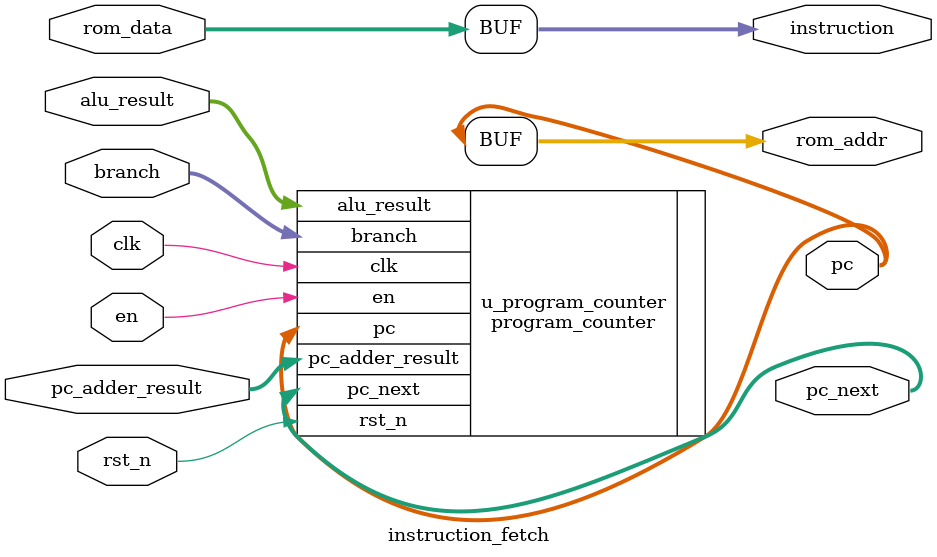
<source format=v>
module instruction_fetch(
        // * Clock Sync Signals Connection --------------------
        input wire clk,
        input wire rst_n,
        input wire en,

        // * Internal Signals Connection --------------------
        input wire [1:0] branch,
        input wire [31:0] alu_result,
        input wire [31:0] pc_adder_result,

        output wire [31:0] pc,
        output wire [31:0] pc_next,
        output wire [31:0] instruction,

        // * External Signals Connection --------------------
        output wire [31:0] rom_addr,
        input wire [31:0] rom_data
    );

    // output declaration of module program_counter
    program_counter
        u_program_counter(
            .branch          	(branch           ),
            .en              	(en               ),
            .clk             	(clk              ),
            .rst_n           	(rst_n            ),
            .alu_result      	(alu_result       ),
            .pc_adder_result 	(pc_adder_result  ),
            .pc              	(pc               ),
            .pc_next         	(pc_next          )
        );

    assign rom_addr = pc; // PC作为ROM的地址
    assign instruction = rom_data; // 从ROM中读取指令
endmodule

</source>
